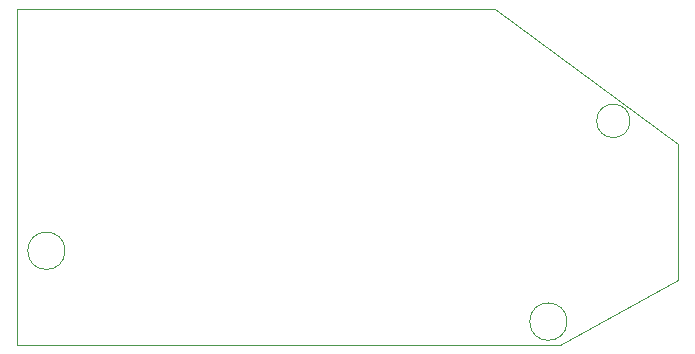
<source format=gbr>
G04 #@! TF.GenerationSoftware,KiCad,Pcbnew,(5.1.2)-2*
G04 #@! TF.CreationDate,2019-08-06T17:03:02+02:00*
G04 #@! TF.ProjectId,fiestaSkipWiringATtiny,66696573-7461-4536-9b69-70576972696e,rev?*
G04 #@! TF.SameCoordinates,Original*
G04 #@! TF.FileFunction,Profile,NP*
%FSLAX46Y46*%
G04 Gerber Fmt 4.6, Leading zero omitted, Abs format (unit mm)*
G04 Created by KiCad (PCBNEW (5.1.2)-2) date 2019-08-06 17:03:02*
%MOMM*%
%LPD*%
G04 APERTURE LIST*
%ADD10C,0.050000*%
G04 APERTURE END LIST*
D10*
X161081139Y31500000D02*
G75*
G03X161081139Y31500000I-1581139J0D01*
G01*
X166414214Y48500000D02*
G75*
G03X166414214Y48500000I-1414214J0D01*
G01*
X118581139Y37500000D02*
G75*
G03X118581139Y37500000I-1581139J0D01*
G01*
X114500000Y29500000D02*
X114500000Y58000000D01*
X160500000Y29500000D02*
X114500000Y29500000D01*
X170500000Y35000000D02*
X160500000Y29500000D01*
X170500000Y46500000D02*
X170500000Y35000000D01*
X155000000Y58000000D02*
X170500000Y46500000D01*
X114500000Y58000000D02*
X155000000Y58000000D01*
M02*

</source>
